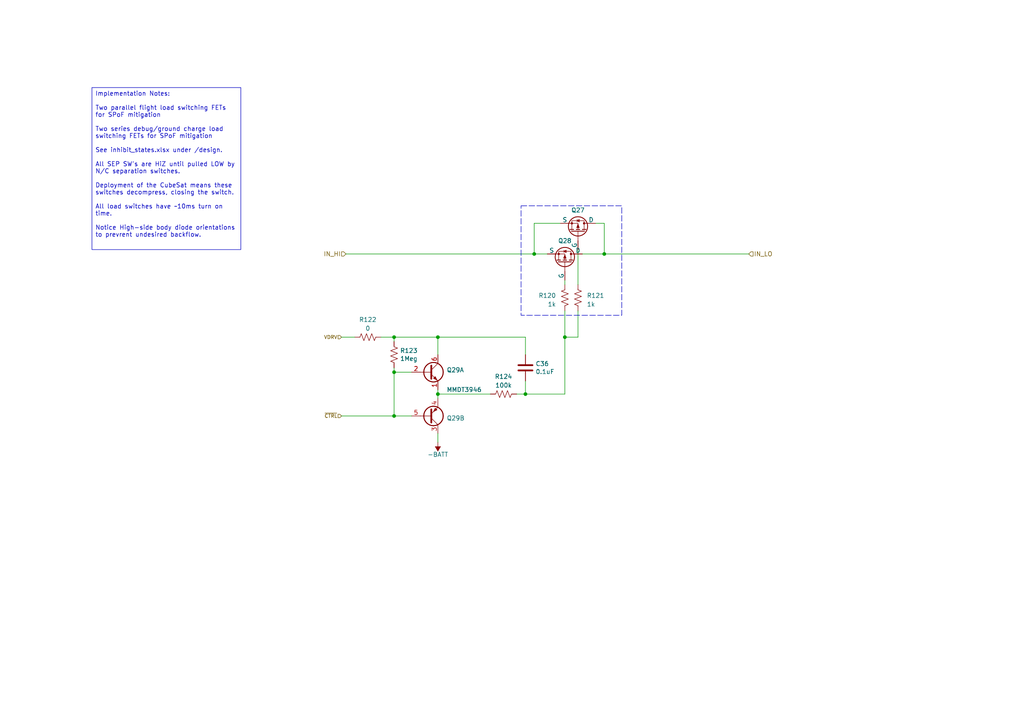
<source format=kicad_sch>
(kicad_sch (version 20230121) (generator eeschema)
  (paper "A4")
  (lib_symbols
    (symbol "Device:C" (pin_numbers hide) (pin_names (offset 0.254))
      (property "Reference" "C" (at 0.635 2.54 0))
      (property "Value" "C" (at 0.635 -2.54 0))
      (symbol "C_0_1"
        (polyline (pts (xy -2.032 -0.762) (xy 2.032 -0.762)) (stroke (width 0.508)))
        (polyline (pts (xy -2.032 0.762) (xy 2.032 0.762)) (stroke (width 0.508)))
      )
      (symbol "C_1_1"
        (pin passive line (at 0 3.81 270) (length 2.794) (name "~") (number "1"))
        (pin passive line (at 0 -3.81 90) (length 2.794) (name "~") (number "2"))
      )
    )
    (symbol "Device:R_US" (pin_numbers hide) (pin_names (offset 0))
      (property "Reference" "R" (at 2.54 0 90))
      (property "Value" "R_US" (at -2.54 0 90))
      (symbol "R_US_0_1"
        (polyline (pts (xy 0 -2.286) (xy 0 -2.54)))
        (polyline (pts (xy 0 2.286) (xy 0 2.54)))
        (polyline (pts (xy 0 -0.762) (xy 1.016 -1.143) (xy 0 -1.524) (xy -1.016 -1.905) (xy 0 -2.286)))
        (polyline (pts (xy 0 0.762) (xy 1.016 0.381) (xy 0 0) (xy -1.016 -0.381) (xy 0 -0.762)))
        (polyline (pts (xy 0 2.286) (xy 1.016 1.905) (xy 0 1.524) (xy -1.016 1.143) (xy 0 0.762)))
      )
      (symbol "R_US_1_1"
        (pin passive line (at 0 3.81 270) (length 1.27) (name "~") (number "1"))
        (pin passive line (at 0 -3.81 90) (length 1.27) (name "~") (number "2"))
      )
    )
    (symbol "SierraLobo:BSZ086" (pin_numbers hide) (pin_names (offset 0))
      (property "Reference" "Q" (at 3.556 0 0))
      (property "Value" "BSZ180P03NS3GATMA1" (at 13.716 -2.032 0))
      (symbol "BSZ086_0_1"
        (circle (center -0.889 0) (radius 2.794) (stroke (width 0.254)))
        (circle (center 0 -1.778) (radius 0.254) (fill (type outline)))
        (polyline (pts (xy -2.286 0) (xy -5.08 0)))
        (polyline (pts (xy -2.286 1.905) (xy -2.286 -1.905)) (stroke (width 0.254)))
        (polyline (pts (xy -1.778 -1.27) (xy -1.778 -2.286)) (stroke (width 0.254)))
        (polyline (pts (xy -1.778 0.508) (xy -1.778 -0.508)) (stroke (width 0.254)))
        (polyline (pts (xy -1.778 2.286) (xy -1.778 1.27)) (stroke (width 0.254)))
        (polyline (pts (xy 0 2.54) (xy 0 1.778)))
        (polyline (pts (xy 0 -2.54) (xy 0 0) (xy -1.778 0)))
        (polyline (pts (xy -1.778 -1.778) (xy 0.762 -1.778) (xy 0.762 1.778) (xy -1.778 1.778)))
        (polyline (pts (xy -0.254 0) (xy -1.27 -0.381) (xy -1.27 0.381) (xy -0.254 0)) (fill (type outline)))
        (polyline (pts (xy 1.143 -0.254) (xy 1.143 -0.254) (xy 0.381 -0.254) (xy 0.381 -0.254)))
        (circle (center 0 1.778) (radius 0.254) (fill (type outline)))
      )
      (symbol "BSZ086_1_1"
        (polyline (pts (xy 0.762 -0.254) (xy 1.143 0.381) (xy 0.381 0.381) (xy 0.762 -0.254)) (fill (type outline)))
        (pin passive line (at 0 -5.08 90) (length 2.54) (name "S") (number "1"))
        (pin input line (at -7.62 0 0) (length 2.54) (name "G") (number "4"))
        (pin passive line (at 0 5.08 270) (length 2.54) (name "D") (number "5"))
      )
    )
    (symbol "Transistor_BJT:MMDT3946" (pin_names (offset 0) hide)
      (property "Reference" "Q" (at 5.08 1.27 0))
      (property "Value" "MMDT3946" (at 5.08 -1.27 0))
      (symbol "MMDT3946_0_1"
        (polyline (pts (xy 0.635 0) (xy -2.54 0)))
        (circle (center 1.27 0) (radius 2.8194) (stroke (width 0.254)))
        (circle (center 1.27 0) (radius 2.8194) (stroke (width 0.254)))
      )
      (symbol "MMDT3946_1_1"
        (polyline (pts (xy 0.635 0.635) (xy 2.54 2.54)))
        (polyline (pts (xy 0.635 -0.635) (xy 2.54 -2.54) (xy 2.54 -2.54)))
        (polyline (pts (xy 0.635 1.905) (xy 0.635 -1.905) (xy 0.635 -1.905)) (stroke (width 0.508)))
        (polyline (pts (xy 1.27 -1.778) (xy 1.778 -1.27) (xy 2.286 -2.286) (xy 1.27 -1.778) (xy 1.27 -1.778)) (fill (type outline)))
        (pin passive line (at 2.54 -5.08 90) (length 2.54) (name "E1") (number "1"))
        (pin input line (at -5.08 0 0) (length 2.54) (name "B1") (number "2"))
        (pin passive line (at 2.54 5.08 270) (length 2.54) (name "C1") (number "6"))
      )
      (symbol "MMDT3946_2_1"
        (polyline (pts (xy 0.635 0.635) (xy 2.54 2.54)))
        (polyline (pts (xy 0.635 -0.635) (xy 2.54 -2.54) (xy 2.54 -2.54)))
        (polyline (pts (xy 0.635 1.905) (xy 0.635 -1.905) (xy 0.635 -1.905)) (stroke (width 0.508)))
        (polyline (pts (xy 2.286 -1.778) (xy 1.778 -2.286) (xy 1.27 -1.27) (xy 2.286 -1.778) (xy 2.286 -1.778)) (fill (type outline)))
        (pin passive line (at 2.54 5.08 270) (length 2.54) (name "C2") (number "3"))
        (pin passive line (at 2.54 -5.08 90) (length 2.54) (name "E2") (number "4"))
        (pin input line (at -5.08 0 0) (length 2.54) (name "B2") (number "5"))
      )
    )
    (symbol "power:-BATT" (power) (pin_names (offset 0))
      (property "Value" "-BATT" (at 0 3.556 0))
      (symbol "-BATT_0_1"
        (polyline (pts (xy 0 0) (xy 0 2.54)))
        (polyline (pts (xy 0.762 1.27) (xy -0.762 1.27) (xy 0 2.54) (xy 0.762 1.27)) (fill (type outline)))
      )
      (symbol "-BATT_1_1"
        (pin power_in line (at 0 0 90) (length 0) hide (name "-BATT") (number "1"))
      )
    )
  )
  (junction (at 175.26 73.66))
  (junction (at 127 97.79))
  (junction (at 154.94 73.66))
  (junction (at 114.3 107.95))
  (junction (at 114.3 97.79))
  (junction (at 114.3 120.65))
  (junction (at 163.83 97.79))
  (junction (at 127 114.3))
  (junction (at 152.4 114.3))
  (wire (pts (xy 114.3 107.95) (xy 114.3 120.65)))
  (wire (pts (xy 175.26 64.77) (xy 172.72 64.77)))
  (wire (pts (xy 149.86 114.3) (xy 152.4 114.3)))
  (wire (pts (xy 175.26 73.66) (xy 217.17 73.66)))
  (wire (pts (xy 114.3 106.68) (xy 114.3 107.95)))
  (wire (pts (xy 163.83 97.79) (xy 167.64 97.79)))
  (wire (pts (xy 163.83 90.17) (xy 163.83 97.79)))
  (wire (pts (xy 114.3 97.79) (xy 127 97.79)))
  (wire (pts (xy 154.94 64.77) (xy 162.56 64.77)))
  (wire (pts (xy 163.83 97.79) (xy 163.83 114.3)))
  (wire (pts (xy 127 114.3) (xy 127 115.57)))
  (wire (pts (xy 114.3 97.79) (xy 114.3 99.06)))
  (wire (pts (xy 110.49 97.79) (xy 114.3 97.79)))
  (wire (pts (xy 168.91 73.66) (xy 175.26 73.66)))
  (wire (pts (xy 163.83 114.3) (xy 152.4 114.3)))
  (wire (pts (xy 154.94 73.66) (xy 154.94 64.77)))
  (wire (pts (xy 99.06 97.79) (xy 102.87 97.79)))
  (wire (pts (xy 114.3 120.65) (xy 119.38 120.65)))
  (wire (pts (xy 167.64 90.17) (xy 167.64 97.79)))
  (wire (pts (xy 152.4 97.79) (xy 152.4 102.87)))
  (wire (pts (xy 142.24 114.3) (xy 127 114.3)))
  (wire (pts (xy 154.94 73.66) (xy 158.75 73.66)))
  (wire (pts (xy 127 125.73) (xy 127 128.27)))
  (wire (pts (xy 127 113.03) (xy 127 114.3)))
  (wire (pts (xy 163.83 81.28) (xy 163.83 82.55)))
  (wire (pts (xy 152.4 110.49) (xy 152.4 114.3)))
  (wire (pts (xy 167.64 82.55) (xy 167.64 72.39)))
  (wire (pts (xy 175.26 73.66) (xy 175.26 64.77)))
  (wire (pts (xy 127 97.79) (xy 127 102.87)))
  (wire (pts (xy 99.06 120.65) (xy 114.3 120.65)))
  (wire (pts (xy 100.33 73.66) (xy 154.94 73.66)))
  (wire (pts (xy 127 97.79) (xy 152.4 97.79)))
  (wire (pts (xy 119.38 107.95) (xy 114.3 107.95)))
  (rectangle (start 151.13 59.69) (end 180.34 91.44) (stroke (width 0) (type dash)))
  (text_box "Implementation Notes:\n\nTwo parallel flight load switching FETs for SPoF mitigation\n\nTwo series debug/ground charge load switching FETs for SPoF mitigation\n\nSee inhibit_states.xlsx under /design.\n\nAll SEP SW's are HiZ until pulled LOW by N/C separation switches.\n\nDeployment of the CubeSat means these switches decompress, closing the switch.\n\nAll load switches have ~10ms turn on time.\n\nNotice High-side body diode orientations to prevrent undesired backflow." (at 26.67 25.4 0) (size 43.18 46.99) (effects (font (size 1.27 1.27)) (justify left top)))
  (hierarchical_label "~{CTRL}" (shape input) (at 99.06 120.65 180) (effects (font (size 1.016 1.016))))
  (hierarchical_label "IN_HI" (shape input) (at 100.33 73.66 180))
  (hierarchical_label "IN_LO" (shape input) (at 217.17 73.66 0))
  (hierarchical_label "VDRV" (shape input) (at 99.06 97.79 180) (effects (font (size 1.016 1.016))))
  (symbol (lib_id "power:-BATT") (at 127 128.27 0) (mirror x) (unit 1)
    (property "Reference" "#PWR0101" (effects hide))
    (property "Value" "-BATT" (at 127 131.826 0))
    (instances (project "mainboard" (path "" (reference "#PWR0101") (unit 1)) (path "" (reference "#PWR0129") (unit 1)) (path "" (reference "#PWR0177") (unit 1)) (path "" (reference "#PWR0192") (unit 1)) (path "" (reference "#PWR0194") (unit 1))))
  )
  (symbol (lib_id "Device:R_US") (at 167.64 86.36 180) (unit 1)
    (property "Reference" "R121" (at 170.18 85.725 0) (effects (justify right)))
    (property "Value" "1k" (at 170.18 88.265 0) (effects (justify right)))
    (property "Footprint" "Resistor_SMD:R_0402_1005Metric" (effects hide))
    (instances (project "mainboard" (path "" (reference "R121") (unit 1)) (path "" (reference "R243") (unit 1)) (path "" (reference "R278") (unit 1)) (path "" (reference "R77") (unit 1))))
  )
  (symbol (lib_id "Device:R_US") (at 106.68 97.79 90) (unit 1)
    (property "Reference" "R122" (at 106.68 92.71 90))
    (property "Value" "0" (at 106.68 95.25 90))
    (property "Footprint" "Resistor_SMD:R_0603_1608Metric" (effects hide))
    (instances (project "mainboard" (path "" (reference "R122") (unit 1)) (path "" (reference "R244") (unit 1)) (path "" (reference "R279") (unit 1)) (path "" (reference "R79") (unit 1))))
  )
  (symbol (lib_id "Transistor_BJT:MMDT3946") (at 124.46 120.65 0) (mirror x) (unit 2)
    (property "Reference" "Q29" (at 129.54 121.285 0) (effects (justify left)))
    (property "Value" "MMDT3946" (effects hide))
    (property "Footprint" "Package_TO_SOT_SMD:SOT-363_SC-70-6" (effects hide))
    (property "Datasheet" "http://www.diodes.com/_files/datasheets/ds30123.pdf" (effects hide))
    (property "Mfr. Part No" "MMDT3946-7-F" (effects hide))
    (instances (project "mainboard" (path "" (reference "Q29") (unit 2)) (path "" (reference "Q60") (unit 2)) (path "" (reference "Q76") (unit 2)) (path "" (reference "Q12") (unit 2))))
  )
  (symbol (lib_id "SierraLobo:BSZ086") (at 163.83 73.66 270) (mirror x) (unit 1)
    (property "Reference" "Q28" (at 163.83 69.85 90))
    (property "Value" "BSZ180P03NS3GATMA1" (effects hide))
    (property "Footprint" "SierraLobo:PG-TSDSON-8_3.3x3.3mm" (effects hide))
    (property "Mfr. Part No" "BSZ180P03NS3GATMA1" (effects hide))
    (instances (project "mainboard" (path "" (reference "Q28") (unit 1)) (path "" (reference "Q59") (unit 1)) (path "" (reference "Q75") (unit 1)) (path "" (reference "Q10") (unit 1))))
  )
  (symbol (lib_id "Device:R_US") (at 146.05 114.3 90) (unit 1)
    (property "Reference" "R124" (at 146.05 109.22 90))
    (property "Value" "100k" (at 146.05 111.76 90))
    (property "Footprint" "Resistor_SMD:R_0402_1005Metric" (effects hide))
    (instances (project "mainboard" (path "" (reference "R124") (unit 1)) (path "" (reference "R246") (unit 1)) (path "" (reference "R281") (unit 1)) (path "" (reference "R82") (unit 1))))
  )
  (symbol (lib_id "Device:R_US") (at 114.3 102.87 0) (unit 1)
    (property "Reference" "R123" (at 116.0272 101.7016 0) (effects (justify left)))
    (property "Value" "1Meg" (at 116.0272 104.013 0) (effects (justify left)))
    (property "Footprint" "Resistor_SMD:R_0402_1005Metric" (effects hide))
    (instances (project "mainboard" (path "" (reference "R123") (unit 1)) (path "" (reference "R245") (unit 1)) (path "" (reference "R280") (unit 1)) (path "" (reference "R80") (unit 1))))
  )
  (symbol (lib_id "Device:C") (at 152.4 106.68 0) (unit 1)
    (property "Reference" "C36" (at 155.321 105.5116 0) (effects (justify left)))
    (property "Value" "0.1uF" (at 155.321 107.823 0) (effects (justify left)))
    (property "Footprint" "Capacitor_SMD:C_0402_1005Metric" (effects hide))
    (instances (project "mainboard" (path "" (reference "C36") (unit 1)) (path "" (reference "C79") (unit 1)) (path "" (reference "C118") (unit 1)) (path "" (reference "C136") (unit 1)) (path "" (reference "C71") (unit 1))))
  )
  (symbol (lib_id "SierraLobo:BSZ086") (at 167.64 64.77 270) (mirror x) (unit 1)
    (property "Reference" "Q27" (at 167.64 60.96 90))
    (property "Value" "BSZ180P03NS3GATMA1" (effects hide))
    (property "Footprint" "SierraLobo:PG-TSDSON-8_3.3x3.3mm" (effects hide))
    (property "Mfr. Part No" "BSZ180P03NS3GATMA1" (effects hide))
    (instances (project "mainboard" (path "" (reference "Q27") (unit 1)) (path "" (reference "Q58") (unit 1)) (path "" (reference "Q64") (unit 1)) (path "" (reference "Q9") (unit 1))))
  )
  (symbol (lib_id "Device:R_US") (at 163.83 86.36 0) (mirror x) (unit 1)
    (property "Reference" "R120" (at 161.29 85.725 0) (effects (justify right)))
    (property "Value" "1k" (at 161.29 88.265 0) (effects (justify right)))
    (property "Footprint" "Resistor_SMD:R_0402_1005Metric" (effects hide))
    (instances (project "mainboard" (path "" (reference "R120") (unit 1)) (path "" (reference "R242") (unit 1)) (path "" (reference "R277") (unit 1)) (path "" (reference "R76") (unit 1))))
  )
  (symbol (lib_id "Transistor_BJT:MMDT3946") (at 124.46 107.95 0) (unit 1)
    (property "Reference" "Q29" (at 129.54 107.315 0) (effects (justify left)))
    (property "Value" "MMDT3946" (at 129.54 113.03 0) (effects (justify left)))
    (property "Footprint" "Package_TO_SOT_SMD:SOT-363_SC-70-6" (effects hide))
    (property "Datasheet" "http://www.diodes.com/_files/datasheets/ds30123.pdf" (effects hide))
    (property "Mfr. Part No" "MMDT3946-7-F" (effects hide))
    (instances (project "mainboard" (path "" (reference "Q29") (unit 1)) (path "" (reference "Q60") (unit 1)) (path "" (reference "Q76") (unit 1)) (path "" (reference "Q12") (unit 1))))
  )
)
</source>
